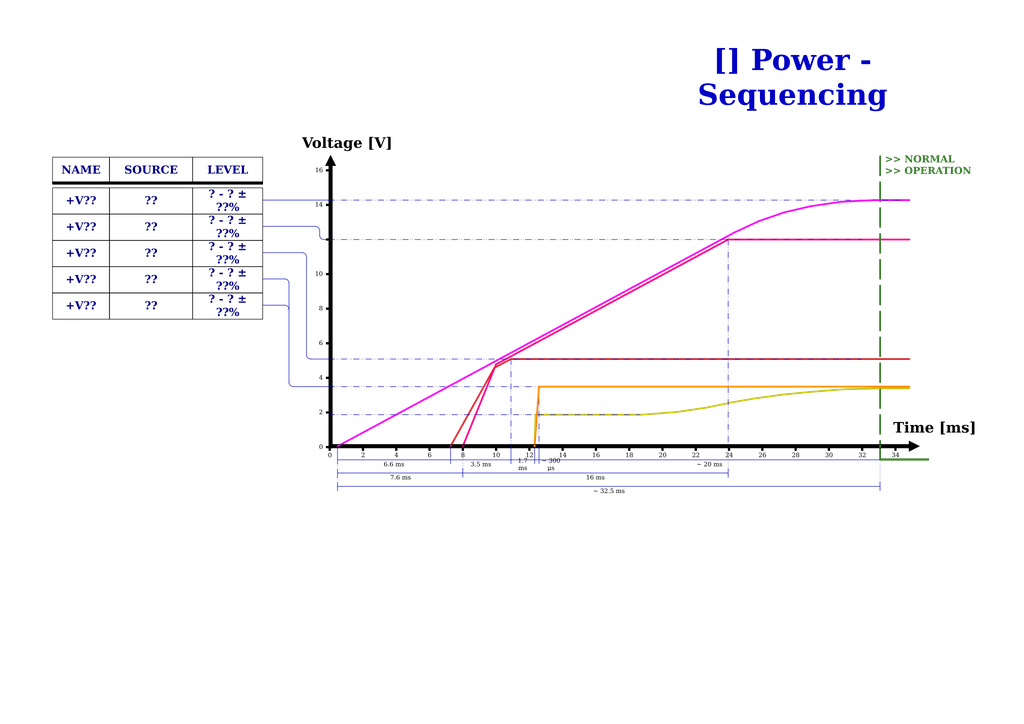
<source format=kicad_sch>
(kicad_sch
	(version 20250114)
	(generator "eeschema")
	(generator_version "9.0")
	(uuid "26e99a33-043b-499d-a26e-816ff79b487a")
	(paper "A4")
	(title_block
		(title "Power - Sequencing")
		(date "2025-01-12")
		(rev "${REVISION}")
		(company "${COMPANY}")
	)
	(lib_symbols)
	(rectangle
		(start 94.615 119.38)
		(end 96.139 119.888)
		(stroke
			(width 0)
			(type default)
			(color 0 0 0 1)
		)
		(fill
			(type color)
			(color 0 0 0 1)
		)
		(uuid 01c9fd1d-d2cd-474e-a2f2-7336d2eb5438)
	)
	(rectangle
		(start 114.681 129.159)
		(end 115.189 130.683)
		(stroke
			(width 0)
			(type default)
			(color 0 0 0 1)
		)
		(fill
			(type color)
			(color 0 0 0 1)
		)
		(uuid 085660ca-3a67-46bf-85b0-bb74abf891e3)
	)
	(rectangle
		(start 191.897 129.159)
		(end 192.405 130.683)
		(stroke
			(width 0)
			(type default)
			(color 0 0 0 1)
		)
		(fill
			(type color)
			(color 0 0 0 1)
		)
		(uuid 09774e91-f9d0-4db9-9e0f-815490f4898d)
	)
	(arc
		(start 82.55 80.897)
		(mid 83.4487 81.2689)
		(end 83.82 82.167)
		(stroke
			(width 0)
			(type default)
		)
		(fill
			(type none)
		)
		(uuid 0c0f9f41-f41f-4d24-90e5-831fa1470dea)
	)
	(rectangle
		(start 249.809 129.159)
		(end 250.317 130.683)
		(stroke
			(width 0)
			(type default)
			(color 0 0 0 1)
		)
		(fill
			(type color)
			(color 0 0 0 1)
		)
		(uuid 1c1e908e-05f8-44d9-8561-32d60503f5fa)
	)
	(rectangle
		(start 220.853 129.159)
		(end 221.361 130.683)
		(stroke
			(width 0)
			(type default)
			(color 0 0 0 1)
		)
		(fill
			(type color)
			(color 0 0 0 1)
		)
		(uuid 205e879f-c514-4b78-8bf1-d45ed4980894)
	)
	(rectangle
		(start 94.615 79.248)
		(end 96.139 79.756)
		(stroke
			(width 0)
			(type default)
			(color 0 0 0 1)
		)
		(fill
			(type color)
			(color 0 0 0 1)
		)
		(uuid 23111c0a-8311-4e0b-b6b5-bb05b9cd3eab)
	)
	(rectangle
		(start 201.549 129.159)
		(end 202.057 130.683)
		(stroke
			(width 0)
			(type default)
			(color 0 0 0 1)
		)
		(fill
			(type color)
			(color 0 0 0 1)
		)
		(uuid 3b7d974c-37a0-442f-9733-47c591f05f53)
	)
	(arc
		(start 91.44 65.659)
		(mid 92.338 66.031)
		(end 92.71 66.929)
		(stroke
			(width 0)
			(type default)
		)
		(fill
			(type none)
		)
		(uuid 3c5d6acd-d97b-4c05-80b5-9742f3e3b5f0)
	)
	(rectangle
		(start 95.377 129.159)
		(end 95.885 130.683)
		(stroke
			(width 0)
			(type default)
			(color 0 0 0 1)
		)
		(fill
			(type color)
			(color 0 0 0 1)
		)
		(uuid 3dd077b4-ca8f-47c2-bee1-2e3802083be7)
	)
	(rectangle
		(start 133.985 129.159)
		(end 134.493 130.683)
		(stroke
			(width 0)
			(type default)
			(color 0 0 0 1)
		)
		(fill
			(type color)
			(color 0 0 0 1)
		)
		(uuid 3e62ef00-0c8e-41fa-b2f3-08de867fa54f)
	)
	(rectangle
		(start 94.615 69.215)
		(end 96.139 69.723)
		(stroke
			(width 0)
			(type default)
			(color 0 0 0 1)
		)
		(fill
			(type color)
			(color 0 0 0 1)
		)
		(uuid 421293c6-3cf3-494b-b1c5-7fc458134e79)
	)
	(rectangle
		(start 15.24 52.705)
		(end 76.2 53.467)
		(stroke
			(width 0)
			(type default)
			(color 0 0 0 1)
		)
		(fill
			(type color)
			(color 0 0 0 1)
		)
		(uuid 42271fe1-5842-414e-a310-4925dcee0008)
	)
	(rectangle
		(start 94.615 89.281)
		(end 96.139 89.789)
		(stroke
			(width 0)
			(type default)
			(color 0 0 0 1)
		)
		(fill
			(type color)
			(color 0 0 0 1)
		)
		(uuid 469c46ff-b6e8-4790-b52f-1ed9a2bdd1f8)
	)
	(rectangle
		(start 162.941 129.159)
		(end 163.449 130.683)
		(stroke
			(width 0)
			(type default)
			(color 0 0 0 1)
		)
		(fill
			(type color)
			(color 0 0 0 1)
		)
		(uuid 56c4474d-0301-4408-974f-0518f1baa953)
	)
	(rectangle
		(start 143.637 129.159)
		(end 144.145 130.683)
		(stroke
			(width 0)
			(type default)
			(color 0 0 0 1)
		)
		(fill
			(type color)
			(color 0 0 0 1)
		)
		(uuid 5eee5b1a-6c26-4234-8466-170b3f779aa3)
	)
	(rectangle
		(start 95.377 128.905)
		(end 263.779 129.921)
		(stroke
			(width 0)
			(type default)
			(color 0 0 0 1)
		)
		(fill
			(type color)
			(color 0 0 0 1)
		)
		(uuid 6d8a1105-6737-4a0b-9f5f-040b945eed17)
	)
	(arc
		(start 90.17 104.141)
		(mid 89.2716 103.7691)
		(end 88.9 102.871)
		(stroke
			(width 0)
			(type default)
		)
		(fill
			(type none)
		)
		(uuid 7b2230f0-ce99-43e9-84a4-a791101d7b85)
	)
	(rectangle
		(start 94.615 99.314)
		(end 96.139 99.822)
		(stroke
			(width 0)
			(type default)
			(color 0 0 0 1)
		)
		(fill
			(type color)
			(color 0 0 0 1)
		)
		(uuid 7f8be5cb-90a9-46c5-97db-3d1d78b2f341)
	)
	(rectangle
		(start 94.615 109.347)
		(end 96.139 109.855)
		(stroke
			(width 0)
			(type default)
			(color 0 0 0 1)
		)
		(fill
			(type color)
			(color 0 0 0 1)
		)
		(uuid 7fdcc2de-fa58-4066-9ff8-f7d6046e1167)
	)
	(rectangle
		(start 259.461 129.159)
		(end 259.969 130.683)
		(stroke
			(width 0)
			(type default)
			(color 0 0 0 1)
		)
		(fill
			(type color)
			(color 0 0 0 1)
		)
		(uuid 842b39c1-4ee6-4238-8b46-e785731d06f1)
	)
	(rectangle
		(start 105.029 129.159)
		(end 105.537 130.683)
		(stroke
			(width 0)
			(type default)
			(color 0 0 0 1)
		)
		(fill
			(type color)
			(color 0 0 0 1)
		)
		(uuid 960a89ab-5167-4e3c-95c8-b3e891644096)
	)
	(rectangle
		(start 240.157 129.159)
		(end 240.665 130.683)
		(stroke
			(width 0)
			(type default)
			(color 0 0 0 1)
		)
		(fill
			(type color)
			(color 0 0 0 1)
		)
		(uuid 96e56ef9-debd-4418-8330-7dca10cdbbe7)
	)
	(rectangle
		(start 95.377 47.371)
		(end 96.393 129.921)
		(stroke
			(width 0)
			(type default)
			(color 0 0 0 1)
		)
		(fill
			(type color)
			(color 0 0 0 1)
		)
		(uuid 996b6b38-3a4b-457c-8281-2dd4304c7e91)
	)
	(arc
		(start 82.55 88.516)
		(mid 83.4491 88.8878)
		(end 83.82 89.786)
		(stroke
			(width 0)
			(type default)
		)
		(fill
			(type none)
		)
		(uuid 9ad9af7d-f870-4f4d-b863-a3cb88d12708)
	)
	(rectangle
		(start 211.201 129.159)
		(end 211.709 130.683)
		(stroke
			(width 0)
			(type default)
			(color 0 0 0 1)
		)
		(fill
			(type color)
			(color 0 0 0 1)
		)
		(uuid 9bd636ad-96b2-4037-90f6-ad48772c0413)
	)
	(rectangle
		(start 230.505 129.159)
		(end 231.013 130.683)
		(stroke
			(width 0)
			(type default)
			(color 0 0 0 1)
		)
		(fill
			(type color)
			(color 0 0 0 1)
		)
		(uuid ab3483ad-9beb-416f-a41c-b3b1b7dc1850)
	)
	(rectangle
		(start 94.615 49.149)
		(end 96.139 49.657)
		(stroke
			(width 0)
			(type default)
			(color 0 0 0 1)
		)
		(fill
			(type color)
			(color 0 0 0 1)
		)
		(uuid b0c9fcec-fe45-4575-885f-193ce09a72d8)
	)
	(rectangle
		(start 172.593 129.159)
		(end 173.101 130.683)
		(stroke
			(width 0)
			(type default)
			(color 0 0 0 1)
		)
		(fill
			(type color)
			(color 0 0 0 1)
		)
		(uuid bacf2a60-ebce-4900-a491-53d1d841d529)
	)
	(rectangle
		(start 124.333 129.159)
		(end 124.841 130.683)
		(stroke
			(width 0)
			(type default)
			(color 0 0 0 1)
		)
		(fill
			(type color)
			(color 0 0 0 1)
		)
		(uuid c0e4d47a-808d-44d6-ac4a-0f050619e78d)
	)
	(arc
		(start 93.98 69.47)
		(mid 93.0816 69.0981)
		(end 92.71 68.2)
		(stroke
			(width 0)
			(type default)
		)
		(fill
			(type none)
		)
		(uuid c23b0f3d-e1fb-4eb1-9484-38fb02d60c76)
	)
	(rectangle
		(start 255.27 133.0198)
		(end 269.367 133.5278)
		(stroke
			(width 0)
			(type default)
			(color 53 123 38 1)
		)
		(fill
			(type color)
			(color 53 123 38 1)
		)
		(uuid cd333f61-3a84-425e-9405-6c9441d11e74)
	)
	(arc
		(start 87.63 73.278)
		(mid 88.5284 73.6499)
		(end 88.9 74.548)
		(stroke
			(width 0)
			(type default)
		)
		(fill
			(type none)
		)
		(uuid d7c738e5-3058-4b9a-a958-4d502446d8e3)
	)
	(rectangle
		(start 94.615 59.182)
		(end 96.139 59.69)
		(stroke
			(width 0)
			(type default)
			(color 0 0 0 1)
		)
		(fill
			(type color)
			(color 0 0 0 1)
		)
		(uuid d880b30a-ae22-4b99-94cc-3cc9c533e8e9)
	)
	(rectangle
		(start 182.245 129.159)
		(end 182.753 130.683)
		(stroke
			(width 0)
			(type default)
			(color 0 0 0 1)
		)
		(fill
			(type color)
			(color 0 0 0 1)
		)
		(uuid f32b3655-beae-4c32-8ac8-4acf2e080e86)
	)
	(rectangle
		(start 153.289 129.159)
		(end 153.797 130.683)
		(stroke
			(width 0)
			(type default)
			(color 0 0 0 1)
		)
		(fill
			(type color)
			(color 0 0 0 1)
		)
		(uuid f8dd6608-6fed-4399-a2fa-9a4460646543)
	)
	(arc
		(start 85.09 112.144)
		(mid 84.1909 111.7722)
		(end 83.82 110.874)
		(stroke
			(width 0)
			(type default)
		)
		(fill
			(type none)
		)
		(uuid fa9c855a-c6c8-4a57-823f-c3bb6c2a3ab3)
	)
	(rectangle
		(start 94.615 129.413)
		(end 96.139 129.921)
		(stroke
			(width 0)
			(type default)
			(color 0 0 0 1)
		)
		(fill
			(type color)
			(color 0 0 0 1)
		)
		(uuid fbce5f74-e6dc-4caf-95b1-d2e389cbff45)
	)
	(text "Voltage [V]"
		(exclude_from_sim no)
		(at 87.6046 44.4246 0)
		(effects
			(font
				(face "Times New Roman")
				(size 3 3)
				(thickness 0.4)
				(bold yes)
				(color 0 0 0 1)
			)
			(justify left bottom)
		)
		(uuid "175b8f18-81ff-4b8b-bacc-429ebcefd377")
	)
	(text ">> NORMAL \n>> OPERATION"
		(exclude_from_sim no)
		(at 256.667 51.562 0)
		(effects
			(font
				(face "Times New Roman")
				(size 2 2)
				(thickness 0.4)
				(bold yes)
				(color 53 123 38 1)
			)
			(justify left bottom)
		)
		(uuid "b29326be-65a3-4fc5-9d14-850aa59ca2a1")
	)
	(text "Time [ms]"
		(exclude_from_sim no)
		(at 259.08 127 0)
		(effects
			(font
				(face "Times New Roman")
				(size 3 3)
				(thickness 0.4)
				(bold yes)
				(color 0 0 0 1)
			)
			(justify left bottom)
		)
		(uuid "be8ac8d4-7137-494d-bff2-23ac58b6a9ef")
	)
	(text_box "3.5 ms"
		(exclude_from_sim no)
		(at 130.6576 133.4516 0)
		(size 17.653 2.54)
		(margins 0.9524 0.9524 0.9524 0.9524)
		(stroke
			(width -0.0001)
			(type default)
		)
		(fill
			(type none)
		)
		(effects
			(font
				(face "Times New Roman")
				(size 1.27 1.27)
				(color 0 0 0 1)
			)
		)
		(uuid "057279ac-9604-4990-8e26-7bec51ceaf06")
	)
	(text_box "18"
		(exclude_from_sim no)
		(at 180.8226 130.7846 0)
		(size 3.429 2.54)
		(margins 0.9524 0.9524 0.9524 0.9524)
		(stroke
			(width -0.0001)
			(type default)
		)
		(fill
			(type none)
		)
		(effects
			(font
				(face "Times New Roman")
				(size 1.27 1.27)
				(color 0 0 0 1)
			)
		)
		(uuid "08241509-e60b-45e1-b1ab-84f794ba668b")
	)
	(text_box "24"
		(exclude_from_sim no)
		(at 209.7786 130.7846 0)
		(size 3.429 2.54)
		(margins 0.9524 0.9524 0.9524 0.9524)
		(stroke
			(width -0.0001)
			(type default)
		)
		(fill
			(type none)
		)
		(effects
			(font
				(face "Times New Roman")
				(size 1.27 1.27)
				(color 0 0 0 1)
			)
		)
		(uuid "09ad8a29-0526-43a2-bbd5-b6f200d8097b")
	)
	(text_box "8"
		(exclude_from_sim no)
		(at 132.5626 130.7846 0)
		(size 3.429 2.54)
		(margins 0.9524 0.9524 0.9524 0.9524)
		(stroke
			(width -0.0001)
			(type default)
		)
		(fill
			(type none)
		)
		(effects
			(font
				(face "Times New Roman")
				(size 1.27 1.27)
				(color 0 0 0 1)
			)
		)
		(uuid "0de4d20a-cc42-420d-81c0-b6c33e089acb")
	)
	(text_box "7.6 ms"
		(exclude_from_sim no)
		(at 98.0186 137.2616 0)
		(size 36.322 2.54)
		(margins 0.9524 0.9524 0.9524 0.9524)
		(stroke
			(width -0.0001)
			(type default)
		)
		(fill
			(type none)
		)
		(effects
			(font
				(face "Times New Roman")
				(size 1.27 1.27)
				(color 0 0 0 1)
			)
		)
		(uuid "1013f434-6a63-4228-8d39-5e75ca888b6f")
	)
	(text_box "? - ? ± ??%"
		(exclude_from_sim no)
		(at 55.88 84.963 0)
		(size 20.32 7.62)
		(margins 1.7145 1.7145 1.7145 1.7145)
		(stroke
			(width 0)
			(type default)
			(color 0 0 0 1)
		)
		(fill
			(type none)
		)
		(effects
			(font
				(face "Times New Roman")
				(size 2.286 2.286)
				(bold yes)
				(color 0 0 127 1)
			)
		)
		(uuid "168bea25-5ecd-4637-ad4e-9c2d6a44d991")
	)
	(text_box "16"
		(exclude_from_sim no)
		(at 87.757 48.133 0)
		(size 6.858 2.54)
		(margins 0.9524 0.9524 0.9524 0.9524)
		(stroke
			(width -0.0001)
			(type default)
		)
		(fill
			(type none)
		)
		(effects
			(font
				(face "Times New Roman")
				(size 1.27 1.27)
				(color 0 0 0 1)
			)
			(justify right)
		)
		(uuid "1acc95ba-1aa1-4082-b81d-95c58a7a5af8")
	)
	(text_box "28"
		(exclude_from_sim no)
		(at 229.0826 130.7846 0)
		(size 3.429 2.54)
		(margins 0.9524 0.9524 0.9524 0.9524)
		(stroke
			(width -0.0001)
			(type default)
		)
		(fill
			(type none)
		)
		(effects
			(font
				(face "Times New Roman")
				(size 1.27 1.27)
				(color 0 0 0 1)
			)
		)
		(uuid "1b5838a0-a4ae-4fb3-ae92-0f87f906c2fd")
	)
	(text_box "~ 300 μs"
		(exclude_from_sim no)
		(at 154.9146 133.4516 0)
		(size 9.779 2.54)
		(margins 0.9524 0.9524 0.9524 0.9524)
		(stroke
			(width -0.0001)
			(type default)
		)
		(fill
			(type none)
		)
		(effects
			(font
				(face "Times New Roman")
				(size 1.27 1.27)
				(color 0 0 0 1)
			)
		)
		(uuid "20bbe4a3-b3be-4f55-b2bf-0186c6f41602")
	)
	(text_box "10"
		(exclude_from_sim no)
		(at 142.2146 130.7846 0)
		(size 3.429 2.54)
		(margins 0.9524 0.9524 0.9524 0.9524)
		(stroke
			(width -0.0001)
			(type default)
		)
		(fill
			(type none)
		)
		(effects
			(font
				(face "Times New Roman")
				(size 1.27 1.27)
				(color 0 0 0 1)
			)
		)
		(uuid "233b215e-473b-40c1-8a9f-d71a58a647c1")
	)
	(text_box "1.7 ms"
		(exclude_from_sim no)
		(at 148.1836 133.4516 0)
		(size 6.858 2.54)
		(margins 0.9524 0.9524 0.9524 0.9524)
		(stroke
			(width -0.0001)
			(type default)
		)
		(fill
			(type none)
		)
		(effects
			(font
				(face "Times New Roman")
				(size 1.27 1.27)
				(color 0 0 0 1)
			)
		)
		(uuid "26c95559-cfb5-4481-9360-985eb89e9388")
	)
	(text_box "16 ms"
		(exclude_from_sim no)
		(at 134.2136 137.2616 0)
		(size 76.962 2.54)
		(margins 0.9524 0.9524 0.9524 0.9524)
		(stroke
			(width -0.0001)
			(type default)
		)
		(fill
			(type none)
		)
		(effects
			(font
				(face "Times New Roman")
				(size 1.27 1.27)
				(color 0 0 0 1)
			)
		)
		(uuid "288b5377-4e86-405e-bd20-a9e364c04dba")
	)
	(text_box "+V??"
		(exclude_from_sim no)
		(at 15.24 62.103 0)
		(size 16.51 7.62)
		(margins 1.7145 1.7145 1.7145 1.7145)
		(stroke
			(width 0)
			(type default)
			(color 0 0 0 1)
		)
		(fill
			(type none)
		)
		(effects
			(font
				(face "Times New Roman")
				(size 2.286 2.286)
				(bold yes)
				(color 0 0 127 1)
			)
		)
		(uuid "2d5ddbed-d046-46bd-afde-e8972921e7be")
	)
	(text_box "20"
		(exclude_from_sim no)
		(at 190.4746 130.7846 0)
		(size 3.429 2.54)
		(margins 0.9524 0.9524 0.9524 0.9524)
		(stroke
			(width -0.0001)
			(type default)
		)
		(fill
			(type none)
		)
		(effects
			(font
				(face "Times New Roman")
				(size 1.27 1.27)
				(color 0 0 0 1)
			)
		)
		(uuid "2e2baf2b-607e-438c-8d19-d89e05695d71")
	)
	(text_box "4"
		(exclude_from_sim no)
		(at 87.7316 108.3056 0)
		(size 6.858 2.54)
		(margins 0.9524 0.9524 0.9524 0.9524)
		(stroke
			(width -0.0001)
			(type default)
		)
		(fill
			(type none)
		)
		(effects
			(font
				(face "Times New Roman")
				(size 1.27 1.27)
				(color 0 0 0 1)
			)
			(justify right)
		)
		(uuid "3010b19b-c99d-4b77-bf14-7f71b9f36a3e")
	)
	(text_box "??"
		(exclude_from_sim no)
		(at 31.75 84.963 0)
		(size 24.13 7.62)
		(margins 1.7145 1.7145 1.7145 1.7145)
		(stroke
			(width 0)
			(type default)
			(color 0 0 0 1)
		)
		(fill
			(type none)
		)
		(effects
			(font
				(face "Times New Roman")
				(size 2.286 2.286)
				(bold yes)
				(color 0 0 127 1)
			)
		)
		(uuid "34a00741-5aa3-425e-8d2f-36fe2780fcc3")
	)
	(text_box "??"
		(exclude_from_sim no)
		(at 31.75 62.103 0)
		(size 24.13 7.62)
		(margins 1.7145 1.7145 1.7145 1.7145)
		(stroke
			(width 0)
			(type default)
			(color 0 0 0 1)
		)
		(fill
			(type none)
		)
		(effects
			(font
				(face "Times New Roman")
				(size 2.286 2.286)
				(bold yes)
				(color 0 0 127 1)
			)
		)
		(uuid "362b01b6-9828-4b98-a400-4a3f9ece633a")
	)
	(text_box "32"
		(exclude_from_sim no)
		(at 248.3866 130.7846 0)
		(size 3.429 2.54)
		(margins 0.9524 0.9524 0.9524 0.9524)
		(stroke
			(width -0.0001)
			(type default)
		)
		(fill
			(type none)
		)
		(effects
			(font
				(face "Times New Roman")
				(size 1.27 1.27)
				(color 0 0 0 1)
			)
		)
		(uuid "3ab2035b-94f9-4133-b63d-2dbd7b4e6e49")
	)
	(text_box "LEVEL"
		(exclude_from_sim no)
		(at 55.88 45.593 0)
		(size 20.32 7.62)
		(margins 1.7145 1.7145 1.7145 1.7145)
		(stroke
			(width 0)
			(type default)
			(color 0 0 0 1)
		)
		(fill
			(type none)
		)
		(effects
			(font
				(face "Times New Roman")
				(size 2.286 2.286)
				(bold yes)
				(color 0 0 127 1)
			)
		)
		(uuid "3cd39124-5460-432f-a6e2-6e3d0cfdc884")
	)
	(text_box "NAME"
		(exclude_from_sim no)
		(at 15.24 45.593 0)
		(size 16.51 7.62)
		(margins 1.7145 1.7145 1.7145 1.7145)
		(stroke
			(width 0)
			(type default)
			(color 0 0 0 1)
		)
		(fill
			(type none)
		)
		(effects
			(font
				(face "Times New Roman")
				(size 2.286 2.286)
				(bold yes)
				(color 0 0 127 1)
			)
		)
		(uuid "45440644-b7a1-4eca-8e5e-a9c7c9e4e343")
	)
	(text_box "6"
		(exclude_from_sim no)
		(at 122.9106 130.7846 0)
		(size 3.429 2.54)
		(margins 0.9524 0.9524 0.9524 0.9524)
		(stroke
			(width -0.0001)
			(type default)
		)
		(fill
			(type none)
		)
		(effects
			(font
				(face "Times New Roman")
				(size 1.27 1.27)
				(color 0 0 0 1)
			)
		)
		(uuid "52a74200-5717-4af9-b5e4-1d404429f3c6")
	)
	(text_box "+V??"
		(exclude_from_sim no)
		(at 15.24 77.343 0)
		(size 16.51 7.62)
		(margins 1.7145 1.7145 1.7145 1.7145)
		(stroke
			(width 0)
			(type default)
			(color 0 0 0 1)
		)
		(fill
			(type none)
		)
		(effects
			(font
				(face "Times New Roman")
				(size 2.286 2.286)
				(bold yes)
				(color 0 0 127 1)
			)
		)
		(uuid "534d6816-56cd-46a1-b732-3f07b130a1e6")
	)
	(text_box "~ 20 ms"
		(exclude_from_sim no)
		(at 156.3116 133.4516 0)
		(size 98.933 2.54)
		(margins 0.9524 0.9524 0.9524 0.9524)
		(stroke
			(width -0.0001)
			(type default)
		)
		(fill
			(type none)
		)
		(effects
			(font
				(face "Times New Roman")
				(size 1.27 1.27)
				(color 0 0 0 1)
			)
		)
		(uuid "53d1cf93-77bb-4e07-8e05-b99e1e701b70")
	)
	(text_box "SOURCE"
		(exclude_from_sim no)
		(at 31.75 45.593 0)
		(size 24.13 7.62)
		(margins 1.7145 1.7145 1.7145 1.7145)
		(stroke
			(width 0)
			(type default)
			(color 0 0 0 1)
		)
		(fill
			(type none)
		)
		(effects
			(font
				(face "Times New Roman")
				(size 2.286 2.286)
				(bold yes)
				(color 0 0 127 1)
			)
		)
		(uuid "5615c045-76fe-436f-b1ee-f5af0d2c63c0")
	)
	(text_box "4"
		(exclude_from_sim no)
		(at 113.2586 130.7846 0)
		(size 3.429 2.54)
		(margins 0.9524 0.9524 0.9524 0.9524)
		(stroke
			(width -0.0001)
			(type default)
		)
		(fill
			(type none)
		)
		(effects
			(font
				(face "Times New Roman")
				(size 1.27 1.27)
				(color 0 0 0 1)
			)
		)
		(uuid "5caf4e82-2927-400a-acd0-821d25796651")
	)
	(text_box "8"
		(exclude_from_sim no)
		(at 87.7316 88.2396 0)
		(size 6.858 2.54)
		(margins 0.9524 0.9524 0.9524 0.9524)
		(stroke
			(width -0.0001)
			(type default)
		)
		(fill
			(type none)
		)
		(effects
			(font
				(face "Times New Roman")
				(size 1.27 1.27)
				(color 0 0 0 1)
			)
			(justify right)
		)
		(uuid "6505df1b-9fde-4bbe-a672-be1b9857afa1")
	)
	(text_box "26"
		(exclude_from_sim no)
		(at 219.4306 130.7846 0)
		(size 3.429 2.54)
		(margins 0.9524 0.9524 0.9524 0.9524)
		(stroke
			(width -0.0001)
			(type default)
		)
		(fill
			(type none)
		)
		(effects
			(font
				(face "Times New Roman")
				(size 1.27 1.27)
				(color 0 0 0 1)
			)
		)
		(uuid "66adcae9-49e5-4fb7-a5be-2d5aa2aa227e")
	)
	(text_box "2"
		(exclude_from_sim no)
		(at 103.6066 130.7846 0)
		(size 3.429 2.54)
		(margins 0.9524 0.9524 0.9524 0.9524)
		(stroke
			(width -0.0001)
			(type default)
		)
		(fill
			(type none)
		)
		(effects
			(font
				(face "Times New Roman")
				(size 1.27 1.27)
				(color 0 0 0 1)
			)
		)
		(uuid "67b43e82-5cc6-4c5f-857a-bae126f94920")
	)
	(text_box "▲"
		(exclude_from_sim no)
		(at 94.615 45.085 0)
		(size 2.54 2.54)
		(margins 2.2499 2.2499 2.2499 2.2499)
		(stroke
			(width -0.0001)
			(type default)
		)
		(fill
			(type none)
		)
		(effects
			(font
				(face "Times New Roman")
				(size 3 3)
				(color 0 0 0 1)
			)
		)
		(uuid "69d7b4c2-c118-4b95-bd3b-473104ff316a")
	)
	(text_box "+V??"
		(exclude_from_sim no)
		(at 15.24 69.723 0)
		(size 16.51 7.62)
		(margins 1.7145 1.7145 1.7145 1.7145)
		(stroke
			(width 0)
			(type default)
			(color 0 0 0 1)
		)
		(fill
			(type none)
		)
		(effects
			(font
				(face "Times New Roman")
				(size 2.286 2.286)
				(bold yes)
				(color 0 0 127 1)
			)
		)
		(uuid "7c5e60ac-aa6c-44e8-8493-c0a9e5ff3009")
	)
	(text_box "14"
		(exclude_from_sim no)
		(at 161.5186 130.7846 0)
		(size 3.429 2.54)
		(margins 0.9524 0.9524 0.9524 0.9524)
		(stroke
			(width -0.0001)
			(type default)
		)
		(fill
			(type none)
		)
		(effects
			(font
				(face "Times New Roman")
				(size 1.27 1.27)
				(color 0 0 0 1)
			)
		)
		(uuid "7df7bfab-9129-461d-bdb7-48b4c71332fd")
	)
	(text_box "14"
		(exclude_from_sim no)
		(at 87.7316 58.1406 0)
		(size 6.858 2.54)
		(margins 0.9524 0.9524 0.9524 0.9524)
		(stroke
			(width -0.0001)
			(type default)
		)
		(fill
			(type none)
		)
		(effects
			(font
				(face "Times New Roman")
				(size 1.27 1.27)
				(color 0 0 0 1)
			)
			(justify right)
		)
		(uuid "7e86fc43-dc59-4681-818f-cb7ab0a72f3e")
	)
	(text_box "22"
		(exclude_from_sim no)
		(at 200.1266 130.7846 0)
		(size 3.429 2.54)
		(margins 0.9524 0.9524 0.9524 0.9524)
		(stroke
			(width -0.0001)
			(type default)
		)
		(fill
			(type none)
		)
		(effects
			(font
				(face "Times New Roman")
				(size 1.27 1.27)
				(color 0 0 0 1)
			)
		)
		(uuid "7f3e65a9-aab7-4e42-9498-fca7b427e5fc")
	)
	(text_box "[${#}] ${TITLE}"
		(exclude_from_sim no)
		(at 177.8 16.51 0)
		(size 104.14 12.7)
		(margins 4.4999 4.4999 4.4999 4.4999)
		(stroke
			(width -0.0001)
			(type solid)
		)
		(fill
			(type none)
		)
		(effects
			(font
				(face "Times New Roman")
				(size 6 6)
				(thickness 1.2)
				(bold yes)
				(color 0 0 194 1)
			)
		)
		(uuid "80f76b8d-52cb-49fe-9647-9cd8137cf5f3")
	)
	(text_box "??"
		(exclude_from_sim no)
		(at 31.75 77.343 0)
		(size 24.13 7.62)
		(margins 1.7145 1.7145 1.7145 1.7145)
		(stroke
			(width 0)
			(type default)
			(color 0 0 0 1)
		)
		(fill
			(type none)
		)
		(effects
			(font
				(face "Times New Roman")
				(size 2.286 2.286)
				(bold yes)
				(color 0 0 127 1)
			)
		)
		(uuid "8966b19a-d616-412b-9b47-a52574bb7ce5")
	)
	(text_box "2"
		(exclude_from_sim no)
		(at 87.7316 118.3386 0)
		(size 6.858 2.54)
		(margins 0.9524 0.9524 0.9524 0.9524)
		(stroke
			(width -0.0001)
			(type default)
		)
		(fill
			(type none)
		)
		(effects
			(font
				(face "Times New Roman")
				(size 1.27 1.27)
				(color 0 0 0 1)
			)
			(justify right)
		)
		(uuid "8a474ee7-94fa-4ccc-b38a-f2fbfc4e735c")
	)
	(text_box "34"
		(exclude_from_sim no)
		(at 258.0386 130.7846 0)
		(size 3.429 2.54)
		(margins 0.9524 0.9524 0.9524 0.9524)
		(stroke
			(width -0.0001)
			(type default)
		)
		(fill
			(type none)
		)
		(effects
			(font
				(face "Times New Roman")
				(size 1.27 1.27)
				(color 0 0 0 1)
			)
		)
		(uuid "8dcf82bc-98be-4b97-af1b-f866a586ff9f")
	)
	(text_box "12"
		(exclude_from_sim no)
		(at 151.8666 130.7846 0)
		(size 3.429 2.54)
		(margins 0.9524 0.9524 0.9524 0.9524)
		(stroke
			(width -0.0001)
			(type default)
		)
		(fill
			(type none)
		)
		(effects
			(font
				(face "Times New Roman")
				(size 1.27 1.27)
				(color 0 0 0 1)
			)
		)
		(uuid "9334e207-a5ef-405d-9255-7532e4d805ec")
	)
	(text_box "??"
		(exclude_from_sim no)
		(at 31.75 69.723 0)
		(size 24.13 7.62)
		(margins 1.7145 1.7145 1.7145 1.7145)
		(stroke
			(width 0)
			(type default)
			(color 0 0 0 1)
		)
		(fill
			(type none)
		)
		(effects
			(font
				(face "Times New Roman")
				(size 2.286 2.286)
				(bold yes)
				(color 0 0 127 1)
			)
		)
		(uuid "96162dac-db58-49af-bc56-c797681d3382")
	)
	(text_box "0"
		(exclude_from_sim no)
		(at 93.98 130.81 0)
		(size 3.429 2.54)
		(margins 0.9524 0.9524 0.9524 0.9524)
		(stroke
			(width -0.0001)
			(type default)
		)
		(fill
			(type none)
		)
		(effects
			(font
				(face "Times New Roman")
				(size 1.27 1.27)
				(color 0 0 0 1)
			)
		)
		(uuid "9dba9cf1-c429-45db-bb2a-868858aa5986")
	)
	(text_box "??"
		(exclude_from_sim no)
		(at 31.75 54.483 0)
		(size 24.13 7.62)
		(margins 1.7145 1.7145 1.7145 1.7145)
		(stroke
			(width 0)
			(type default)
			(color 0 0 0 1)
		)
		(fill
			(type none)
		)
		(effects
			(font
				(face "Times New Roman")
				(size 2.286 2.286)
				(bold yes)
				(color 0 0 127 1)
			)
		)
		(uuid "a5a86ae4-3ea7-4429-8374-6853dbf3865c")
	)
	(text_box "? - ? ± ??%"
		(exclude_from_sim no)
		(at 55.88 69.723 0)
		(size 20.32 7.62)
		(margins 1.7145 1.7145 1.7145 1.7145)
		(stroke
			(width 0)
			(type default)
			(color 0 0 0 1)
		)
		(fill
			(type none)
		)
		(effects
			(font
				(face "Times New Roman")
				(size 2.286 2.286)
				(bold yes)
				(color 0 0 127 1)
			)
		)
		(uuid "aaf3a0b7-a131-4476-bccc-dd7373144909")
	)
	(text_box "? - ? ± ??%"
		(exclude_from_sim no)
		(at 55.88 77.343 0)
		(size 20.32 7.62)
		(margins 1.7145 1.7145 1.7145 1.7145)
		(stroke
			(width 0)
			(type default)
			(color 0 0 0 1)
		)
		(fill
			(type none)
		)
		(effects
			(font
				(face "Times New Roman")
				(size 2.286 2.286)
				(bold yes)
				(color 0 0 127 1)
			)
		)
		(uuid "ad3a5f07-5d67-4bdd-85a5-3e529605405c")
	)
	(text_box "+V??"
		(exclude_from_sim no)
		(at 15.24 84.963 0)
		(size 16.51 7.62)
		(margins 1.7145 1.7145 1.7145 1.7145)
		(stroke
			(width 0)
			(type default)
			(color 0 0 0 1)
		)
		(fill
			(type none)
		)
		(effects
			(font
				(face "Times New Roman")
				(size 2.286 2.286)
				(bold yes)
				(color 0 0 127 1)
			)
		)
		(uuid "b149cc82-24c2-4523-8290-e7d9f9f6c81a")
	)
	(text_box "+V??"
		(exclude_from_sim no)
		(at 15.24 54.483 0)
		(size 16.51 7.62)
		(margins 1.7145 1.7145 1.7145 1.7145)
		(stroke
			(width 0)
			(type default)
			(color 0 0 0 1)
		)
		(fill
			(type none)
		)
		(effects
			(font
				(face "Times New Roman")
				(size 2.286 2.286)
				(bold yes)
				(color 0 0 127 1)
			)
		)
		(uuid "b711fedc-ef03-4d2a-8b96-b7d593e5186d")
	)
	(text_box "6"
		(exclude_from_sim no)
		(at 87.7316 98.2726 0)
		(size 6.858 2.54)
		(margins 0.9524 0.9524 0.9524 0.9524)
		(stroke
			(width -0.0001)
			(type default)
		)
		(fill
			(type none)
		)
		(effects
			(font
				(face "Times New Roman")
				(size 1.27 1.27)
				(color 0 0 0 1)
			)
			(justify right)
		)
		(uuid "bce17a48-7e59-488b-9a33-1522b6d97175")
	)
	(text_box "6.6 ms"
		(exclude_from_sim no)
		(at 97.8916 133.4516 0)
		(size 32.766 2.54)
		(margins 0.9524 0.9524 0.9524 0.9524)
		(stroke
			(width -0.0001)
			(type default)
		)
		(fill
			(type none)
		)
		(effects
			(font
				(face "Times New Roman")
				(size 1.27 1.27)
				(color 0 0 0 1)
			)
		)
		(uuid "c588afea-31c7-4b80-a042-17fbbb6af658")
	)
	(text_box "0"
		(exclude_from_sim no)
		(at 87.757 128.397 0)
		(size 6.858 2.54)
		(margins 0.9524 0.9524 0.9524 0.9524)
		(stroke
			(width -0.0001)
			(type default)
		)
		(fill
			(type none)
		)
		(effects
			(font
				(face "Times New Roman")
				(size 1.27 1.27)
				(color 0 0 0 1)
			)
			(justify right)
		)
		(uuid "c5d537af-47e9-4471-8118-803a7ac0d798")
	)
	(text_box "16"
		(exclude_from_sim no)
		(at 171.1706 130.7846 0)
		(size 3.429 2.54)
		(margins 0.9524 0.9524 0.9524 0.9524)
		(stroke
			(width -0.0001)
			(type default)
		)
		(fill
			(type none)
		)
		(effects
			(font
				(face "Times New Roman")
				(size 1.27 1.27)
				(color 0 0 0 1)
			)
		)
		(uuid "d806bfa1-61ae-489a-a3e3-75683404cfdf")
	)
	(text_box "10"
		(exclude_from_sim no)
		(at 87.7316 78.2066 0)
		(size 6.858 2.54)
		(margins 0.9524 0.9524 0.9524 0.9524)
		(stroke
			(width -0.0001)
			(type default)
		)
		(fill
			(type none)
		)
		(effects
			(font
				(face "Times New Roman")
				(size 1.27 1.27)
				(color 0 0 0 1)
			)
			(justify right)
		)
		(uuid "d9f2b1e6-6de7-412a-a713-034e966e807b")
	)
	(text_box "~ 32.5 ms"
		(exclude_from_sim no)
		(at 97.8916 141.1986 0)
		(size 157.48 2.54)
		(margins 0.9524 0.9524 0.9524 0.9524)
		(stroke
			(width -0.0001)
			(type default)
		)
		(fill
			(type none)
		)
		(effects
			(font
				(face "Times New Roman")
				(size 1.27 1.27)
				(color 0 0 0 1)
			)
		)
		(uuid "de143e59-1a42-4ff5-b077-1a340a241706")
	)
	(text_box "? - ? ± ??%"
		(exclude_from_sim no)
		(at 55.88 62.103 0)
		(size 20.32 7.62)
		(margins 1.7145 1.7145 1.7145 1.7145)
		(stroke
			(width 0)
			(type default)
			(color 0 0 0 1)
		)
		(fill
			(type none)
		)
		(effects
			(font
				(face "Times New Roman")
				(size 2.286 2.286)
				(bold yes)
				(color 0 0 127 1)
			)
		)
		(uuid "ec9210d4-6e0f-4762-a0b5-d02955ee194f")
	)
	(text_box "▼"
		(exclude_from_sim no)
		(at 263.779 128.143 90)
		(size 2.54 2.54)
		(margins 2.2499 2.2499 2.2499 2.2499)
		(stroke
			(width -0.0001)
			(type default)
		)
		(fill
			(type none)
		)
		(effects
			(font
				(face "Times New Roman")
				(size 3 3)
				(color 0 0 0 1)
			)
		)
		(uuid "f0832906-c8ce-4838-9631-bdf5b87a8ba3")
	)
	(text_box "30"
		(exclude_from_sim no)
		(at 238.7346 130.7846 0)
		(size 3.429 2.54)
		(margins 0.9524 0.9524 0.9524 0.9524)
		(stroke
			(width -0.0001)
			(type default)
		)
		(fill
			(type none)
		)
		(effects
			(font
				(face "Times New Roman")
				(size 1.27 1.27)
				(color 0 0 0 1)
			)
		)
		(uuid "f741b4d6-7a0b-439e-b8a6-601ff596837c")
	)
	(text_box "? - ? ± ??%"
		(exclude_from_sim no)
		(at 55.88 54.483 0)
		(size 20.32 7.62)
		(margins 1.7145 1.7145 1.7145 1.7145)
		(stroke
			(width 0)
			(type default)
			(color 0 0 0 1)
		)
		(fill
			(type none)
		)
		(effects
			(font
				(face "Times New Roman")
				(size 2.286 2.286)
				(bold yes)
				(color 0 0 127 1)
			)
		)
		(uuid "fd7c37db-37b1-4de2-af4f-510edac4065f")
	)
	(polyline
		(pts
			(xy 155.067 129.413) (xy 156.337 112.141)
		)
		(stroke
			(width 0.5)
			(type default)
			(color 252 134 0 1)
		)
		(uuid "04060073-e3f7-4746-a0ff-3e5a4d411deb")
	)
	(polyline
		(pts
			(xy 134.239 130.048) (xy 134.239 135.9154)
		)
		(stroke
			(width 0)
			(type dot)
		)
		(uuid "046cc92e-5593-4a98-a7fa-f4bb7914ed0d")
	)
	(polyline
		(pts
			(xy 97.9424 133.3754) (xy 130.683 133.3754)
		)
		(stroke
			(width 0)
			(type default)
		)
		(uuid "04dcb800-6295-4fe9-a90b-0487be7268f9")
	)
	(polyline
		(pts
			(xy 97.8916 134.5946) (xy 97.8916 135.8646)
		)
		(stroke
			(width 0)
			(type dot)
		)
		(uuid "064a21e4-52a8-4681-8aa8-5954e753f93b")
	)
	(polyline
		(pts
			(xy 156.337 112.141) (xy 263.779 112.141)
		)
		(stroke
			(width 0.5)
			(type default)
			(color 252 134 0 1)
		)
		(uuid "0cbd4671-7c23-4c0d-a5d5-a92bdb9a4d49")
	)
	(polyline
		(pts
			(xy 95.377 120.269) (xy 185.674 120.269)
		)
		(stroke
			(width 0)
			(type dash_dot_dot)
		)
		(uuid "15d7f7a6-f4cb-4960-8d35-e1c8fc617471")
	)
	(polyline
		(pts
			(xy 148.209 129.413) (xy 148.209 134.493)
		)
		(stroke
			(width 0)
			(type default)
		)
		(uuid "16b1635d-d94b-404c-9ba2-39136e8869cb")
	)
	(polyline
		(pts
			(xy 92.71 66.929) (xy 92.71 68.199)
		)
		(stroke
			(width 0)
			(type default)
		)
		(uuid "18958601-6dec-4ba5-a1a5-a7514534cbda")
	)
	(polyline
		(pts
			(xy 148.209 104.14) (xy 263.779 104.14)
		)
		(stroke
			(width 0.5)
			(type default)
			(color 218 36 44 1)
		)
		(uuid "1bc3e0b2-f1bd-4c65-9de9-401f09dad51c")
	)
	(polyline
		(pts
			(xy 220.091 64.135) (xy 227.457 61.595)
		)
		(stroke
			(width 0.5)
			(type default)
			(color 255 0 255 1)
		)
		(uuid "1cd97e7c-801d-419a-a510-43b5a762b207")
	)
	(polyline
		(pts
			(xy 82.55 88.519) (xy 76.2 88.519)
		)
		(stroke
			(width 0)
			(type default)
		)
		(uuid "1ed88917-e6ee-4df6-9216-8c2e0da78129")
	)
	(polyline
		(pts
			(xy 95.377 112.141) (xy 249.809 112.141)
		)
		(stroke
			(width 0)
			(type dash_dot_dot)
		)
		(uuid "1ff6572d-143c-4238-8f25-067e720bbbbf")
	)
	(polyline
		(pts
			(xy 93.98 69.469) (xy 95.377 69.469)
		)
		(stroke
			(width 0)
			(type default)
		)
		(uuid "29e09398-a3a9-4f57-bfdd-38d07564c58a")
	)
	(polyline
		(pts
			(xy 95.885 112.141) (xy 85.09 112.141)
		)
		(stroke
			(width 0)
			(type default)
		)
		(uuid "32a96fb3-77e5-46f5-a25a-4e98102aa427")
	)
	(polyline
		(pts
			(xy 255.143 112.649) (xy 263.779 112.649)
		)
		(stroke
			(width 0.5)
			(type default)
			(color 197 195 20 1)
		)
		(uuid "3a3d00c3-56ec-4d8a-a7d9-0397fa3a3e45")
	)
	(polyline
		(pts
			(xy 143.891 105.664) (xy 211.201 69.469)
		)
		(stroke
			(width 0.5)
			(type solid)
			(color 255 0 133 1)
		)
		(uuid "3d857eb2-5f91-48c0-9112-8afff14dfc65")
	)
	(polyline
		(pts
			(xy 204.851 118.237) (xy 212.217 116.713)
		)
		(stroke
			(width 0.5)
			(type default)
			(color 197 195 20 1)
		)
		(uuid "402e934a-8d83-49e6-8a3f-99b8ca899696")
	)
	(polyline
		(pts
			(xy 196.215 119.507) (xy 204.851 118.237)
		)
		(stroke
			(width 0.5)
			(type default)
			(color 197 195 20 1)
		)
		(uuid "4280c61a-45c8-4a7b-8270-a5d60633d130")
	)
	(polyline
		(pts
			(xy 95.377 58.039) (xy 76.2 58.039)
		)
		(stroke
			(width 0)
			(type default)
		)
		(uuid "4388f8f9-e0d2-46b2-97ec-882929091d71")
	)
	(polyline
		(pts
			(xy 211.201 69.469) (xy 263.779 69.469)
		)
		(stroke
			(width 0.5)
			(type solid)
			(color 255 0 133 1)
		)
		(uuid "44eaf96d-5e45-4a70-a3bf-1dd8afa456ac")
	)
	(polyline
		(pts
			(xy 134.239 129.413) (xy 143.891 105.664)
		)
		(stroke
			(width 0.5)
			(type solid)
			(color 255 0 133 1)
		)
		(uuid "4eef8a3c-2175-45b3-ab23-de0f873ffbfe")
	)
	(polyline
		(pts
			(xy 97.917 137.1854) (xy 134.239 137.1854)
		)
		(stroke
			(width 0)
			(type default)
		)
		(uuid "4f57c6b4-b978-45ec-9844-c8ad9e61aa5d")
	)
	(polyline
		(pts
			(xy 97.8916 135.9916) (xy 97.8916 138.5316)
		)
		(stroke
			(width 0)
			(type default)
		)
		(uuid "55a4f36a-a576-4c2f-b3c7-44cf763ad263")
	)
	(polyline
		(pts
			(xy 130.683 129.413) (xy 130.683 134.493)
		)
		(stroke
			(width 0)
			(type default)
		)
		(uuid "59f6b2a0-7e51-4de0-b4fd-7157bff9feb1")
	)
	(polyline
		(pts
			(xy 156.337 112.141) (xy 156.337 129.54)
		)
		(stroke
			(width 0)
			(type dash_dot_dot)
		)
		(uuid "64127ee9-5aac-46d5-8312-47d575f0bc14")
	)
	(polyline
		(pts
			(xy 134.239 137.1854) (xy 211.201 137.1854)
		)
		(stroke
			(width 0)
			(type default)
		)
		(uuid "64e18181-ba56-425e-a951-a39d036b182e")
	)
	(polyline
		(pts
			(xy 88.9 74.549) (xy 88.9 102.87)
		)
		(stroke
			(width 0)
			(type default)
		)
		(uuid "6950ddd5-2163-4e4d-a69b-1648827f1d4e")
	)
	(polyline
		(pts
			(xy 227.203 114.427) (xy 235.077 113.665)
		)
		(stroke
			(width 0.5)
			(type default)
			(color 197 195 20 1)
		)
		(uuid "6f701289-21a0-4afa-8a26-75437883b9cb")
	)
	(polyline
		(pts
			(xy 95.25 104.14) (xy 90.17 104.14)
		)
		(stroke
			(width 0)
			(type default)
		)
		(uuid "732b4e53-2cc0-4ac9-9dac-c9cc59cee60a")
	)
	(polyline
		(pts
			(xy 97.917 129.413) (xy 212.979 67.437)
		)
		(stroke
			(width 0.5)
			(type default)
			(color 255 0 255 1)
		)
		(uuid "75c0d4eb-680e-4236-8404-80039f2fb5c4")
	)
	(polyline
		(pts
			(xy 148.209 133.3754) (xy 156.337 133.3754)
		)
		(stroke
			(width 0)
			(type default)
		)
		(uuid "7a09a949-b4b2-4f5c-8ed7-541bb7ec8242")
	)
	(polyline
		(pts
			(xy 253.619 58.039) (xy 263.779 58.039)
		)
		(stroke
			(width 0.5)
			(type default)
			(color 255 0 255 1)
		)
		(uuid "7c9da14b-e301-4a66-ab5f-3de8a268a500")
	)
	(polyline
		(pts
			(xy 243.713 58.547) (xy 253.619 58.039)
		)
		(stroke
			(width 0.5)
			(type default)
			(color 255 0 255 1)
		)
		(uuid "7e4a6444-ec8a-42d3-b128-92a227d1bbb1")
	)
	(polyline
		(pts
			(xy 255.2446 139.8016) (xy 255.2446 142.3416)
		)
		(stroke
			(width 0)
			(type default)
		)
		(uuid "824156ed-8aad-4a35-b28e-d323269989cb")
	)
	(polyline
		(pts
			(xy 148.209 104.14) (xy 148.209 129.413)
		)
		(stroke
			(width 0)
			(type dash_dot_dot)
		)
		(uuid "83b6a3d6-ec25-4a6c-9af7-165178736be2")
	)
	(polyline
		(pts
			(xy 155.067 129.413) (xy 155.321 120.269)
		)
		(stroke
			(width 0.5)
			(type default)
			(color 197 195 20 1)
		)
		(uuid "8c9b1f94-ee83-40e1-ac4c-d0d3d4c40fd4")
	)
	(polyline
		(pts
			(xy 130.7338 133.3754) (xy 148.2598 133.3754)
		)
		(stroke
			(width 0)
			(type default)
		)
		(uuid "8e1b23d4-66f6-4ba2-87da-0e97cd9d658e")
	)
	(polyline
		(pts
			(xy 218.821 115.57) (xy 227.203 114.427)
		)
		(stroke
			(width 0.5)
			(type default)
			(color 197 195 20 1)
		)
		(uuid "9118ad58-9912-450d-b082-4e11db19b414")
	)
	(polyline
		(pts
			(xy 97.8916 129.3876) (xy 97.8916 134.5946)
		)
		(stroke
			(width 0)
			(type default)
		)
		(uuid "98a27ce4-9530-490a-9598-1b7219c1978c")
	)
	(polyline
		(pts
			(xy 186.309 120.269) (xy 196.215 119.507)
		)
		(stroke
			(width 0.5)
			(type default)
			(color 197 195 20 1)
		)
		(uuid "9a4cede9-4ef9-487c-96d7-44db94e0cc0a")
	)
	(polyline
		(pts
			(xy 83.82 82.169) (xy 83.82 110.871)
		)
		(stroke
			(width 0)
			(type default)
		)
		(uuid "9b393a09-50e4-494d-8031-bbbbaced5b06")
	)
	(polyline
		(pts
			(xy 227.457 61.595) (xy 235.077 59.817)
		)
		(stroke
			(width 0.5)
			(type default)
			(color 255 0 255 1)
		)
		(uuid "9e59442d-6890-4c04-af21-553df02642af")
	)
	(polyline
		(pts
			(xy 97.8916 138.5316) (xy 97.8916 139.8016)
		)
		(stroke
			(width 0)
			(type dot)
		)
		(uuid "a158a145-3fd3-45df-929d-eb5cc24ceb4a")
	)
	(polyline
		(pts
			(xy 95.377 58.039) (xy 261.239 58.039)
		)
		(stroke
			(width 0)
			(type dash_dot_dot)
		)
		(uuid "a298d0fc-a47f-419c-87b7-da6d9dffef47")
	)
	(polyline
		(pts
			(xy 155.321 120.269) (xy 186.309 120.269)
		)
		(stroke
			(width 0.5)
			(type default)
			(color 197 195 20 1)
		)
		(uuid "a560ffaa-9a21-4d44-a176-8e4e8fbec7b0")
	)
	(polyline
		(pts
			(xy 95.377 69.469) (xy 249.936 69.469)
		)
		(stroke
			(width 0)
			(type dash_dot_dot)
		)
		(uuid "b69a9f75-60f8-47b6-946e-464b81244be4")
	)
	(polyline
		(pts
			(xy 130.683 129.413) (xy 143.383 106.68)
		)
		(stroke
			(width 0.5)
			(type default)
			(color 218 36 44 1)
		)
		(uuid "b8177396-61fe-43b2-87eb-3c188308fb8c")
	)
	(polyline
		(pts
			(xy 211.201 69.469) (xy 211.201 129.413)
		)
		(stroke
			(width 0)
			(type dash_dot_dot)
		)
		(uuid "ba0e0e57-e2a2-4d76-95e5-f65f4748c5a4")
	)
	(polyline
		(pts
			(xy 97.8916 139.827) (xy 97.8916 142.3416)
		)
		(stroke
			(width 0)
			(type default)
		)
		(uuid "ba4853f8-e420-47ab-8250-bc2cf5d6f59d")
	)
	(polyline
		(pts
			(xy 255.2446 139.8016) (xy 255.2446 133.3246)
		)
		(stroke
			(width 0)
			(type dot)
		)
		(uuid "c1b58298-e82e-4386-ad61-b5cf2bf16fb6")
	)
	(polyline
		(pts
			(xy 91.44 65.659) (xy 76.2 65.659)
		)
		(stroke
			(width 0)
			(type default)
		)
		(uuid "c1d4c6d9-7f4b-40de-83c9-e555724cad71")
	)
	(polyline
		(pts
			(xy 95.377 104.14) (xy 249.809 104.14)
		)
		(stroke
			(width 0)
			(type dash_dot_dot)
		)
		(uuid "c28926c4-6444-4efc-8a98-12a4ac9eb80f")
	)
	(polyline
		(pts
			(xy 156.337 133.3754) (xy 255.2954 133.3754)
		)
		(stroke
			(width 0)
			(type default)
		)
		(uuid "c35beeb1-614a-40f2-a0d5-8295a3825a11")
	)
	(polyline
		(pts
			(xy 211.201 129.413) (xy 211.201 135.509)
		)
		(stroke
			(width 0)
			(type dot)
		)
		(uuid "c6f3a941-76c0-4c68-88f8-94b215297e35")
	)
	(polyline
		(pts
			(xy 211.201 135.9154) (xy 211.201 138.4554)
		)
		(stroke
			(width 0)
			(type default)
		)
		(uuid "cd5ffc00-2ce1-4a7c-b3d2-2cde3fe51dee")
	)
	(polyline
		(pts
			(xy 155.067 129.54) (xy 155.067 134.493)
		)
		(stroke
			(width 0)
			(type default)
		)
		(uuid "ceb42873-f2d5-4dc0-afb9-0aef6086d594")
	)
	(polyline
		(pts
			(xy 156.337 129.54) (xy 156.337 134.493)
		)
		(stroke
			(width 0)
			(type default)
		)
		(uuid "d0925e5d-b937-4361-8ff4-650f1e460ebf")
	)
	(polyline
		(pts
			(xy 76.2 73.279) (xy 87.63 73.279)
		)
		(stroke
			(width 0)
			(type default)
		)
		(uuid "d4b32b04-e775-48e2-b45c-391aca49d61d")
	)
	(polyline
		(pts
			(xy 97.8916 141.0716) (xy 255.2446 141.0716)
		)
		(stroke
			(width 0)
			(type default)
		)
		(uuid "df4d400e-cd57-40c5-80b7-955eec167790")
	)
	(polyline
		(pts
			(xy 255.27 133.35) (xy 255.27 45.339)
		)
		(stroke
			(width 0.5)
			(type dash)
			(color 53 123 38 1)
		)
		(uuid "e0585ef4-3cb5-4ca4-9291-ea6d4631b9df")
	)
	(polyline
		(pts
			(xy 244.729 112.903) (xy 255.143 112.649)
		)
		(stroke
			(width 0.5)
			(type default)
			(color 197 195 20 1)
		)
		(uuid "e3a6d83c-7fe1-4f59-b346-209f9b534df9")
	)
	(polyline
		(pts
			(xy 235.077 113.665) (xy 244.729 112.903)
		)
		(stroke
			(width 0.5)
			(type default)
			(color 197 195 20 1)
		)
		(uuid "e54b7c30-2392-4e52-9ba8-aa0aae3cb26e")
	)
	(polyline
		(pts
			(xy 134.239 135.9154) (xy 134.239 138.4554)
		)
		(stroke
			(width 0)
			(type default)
		)
		(uuid "e74fdd31-8d22-4f61-9d4e-3f6cfd0430c8")
	)
	(polyline
		(pts
			(xy 212.217 116.713) (xy 218.821 115.57)
		)
		(stroke
			(width 0.5)
			(type default)
			(color 197 195 20 1)
		)
		(uuid "e862e0b6-7246-4b91-b58e-fd92c4ba890f")
	)
	(polyline
		(pts
			(xy 143.383 106.68) (xy 148.209 104.14)
		)
		(stroke
			(width 0.5)
			(type default)
			(color 218 36 44 1)
		)
		(uuid "ea13e551-8e4a-4dcc-ba0b-5407e144a22d")
	)
	(polyline
		(pts
			(xy 212.979 67.437) (xy 220.091 64.135)
		)
		(stroke
			(width 0.5)
			(type default)
			(color 255 0 255 1)
		)
		(uuid "ebd69697-1f1b-4c95-905c-1c7c8409afbc")
	)
	(polyline
		(pts
			(xy 235.077 59.817) (xy 243.713 58.547)
		)
		(stroke
			(width 0.5)
			(type default)
			(color 255 0 255 1)
		)
		(uuid "f1ebfb76-e142-488c-88cf-b31fb01b5d8f")
	)
	(polyline
		(pts
			(xy 82.55 80.899) (xy 76.2 80.899)
		)
		(stroke
			(width 0)
			(type default)
		)
		(uuid "f90643b4-a30a-42fa-903d-6b9324bb08a3")
	)
)

</source>
